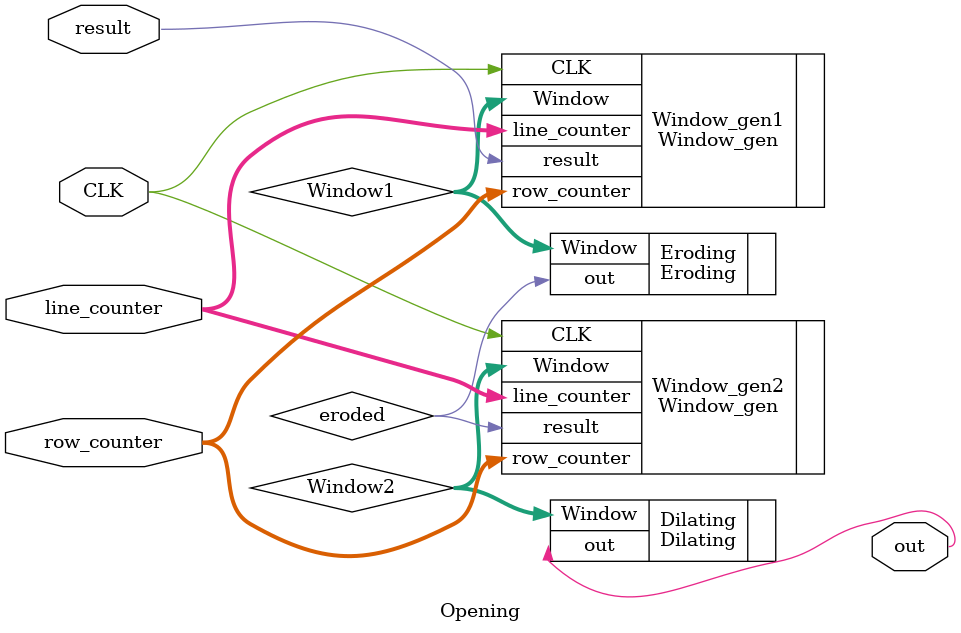
<source format=v>
`timescale 1ns / 1ps


module Opening(line_counter,row_counter,result,CLK,out);
    
    input [9:0] line_counter;
    input [8:0] row_counter;
    input result;
    input CLK;
    
    output out;
    
    wire [7:0] Window1,Window2;
    
    Window_gen Window_gen1(
    .line_counter(line_counter),
    .row_counter(row_counter),
    .result(result),
    .Window(Window1),
    .CLK(CLK)
    );
    
    wire eroded;
    
    Eroding Eroding(
        .Window(Window1),
        .out(eroded)
    );
    
    Window_gen Window_gen2(
    .line_counter(line_counter),
    .row_counter(row_counter),
    .result(eroded),
    .Window(Window2),
    .CLK(CLK)
    );
    
    Dilating Dilating(
        .Window(Window2),
        .out(out)
    );
    
endmodule

</source>
